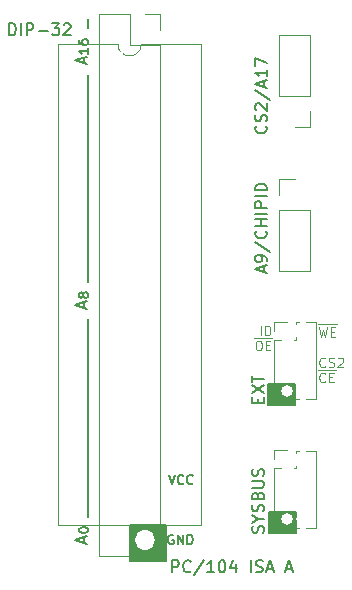
<source format=gbr>
%TF.GenerationSoftware,KiCad,Pcbnew,(6.0.4-0)*%
%TF.CreationDate,2022-07-24T15:42:13+01:00*%
%TF.ProjectId,isp_interface,6973705f-696e-4746-9572-666163652e6b,0.1.0*%
%TF.SameCoordinates,PX55f1c20PY82dabb0*%
%TF.FileFunction,Legend,Top*%
%TF.FilePolarity,Positive*%
%FSLAX46Y46*%
G04 Gerber Fmt 4.6, Leading zero omitted, Abs format (unit mm)*
G04 Created by KiCad (PCBNEW (6.0.4-0)) date 2022-07-24 15:42:13*
%MOMM*%
%LPD*%
G01*
G04 APERTURE LIST*
%ADD10C,0.150000*%
%ADD11C,0.100000*%
%ADD12C,0.120000*%
%ADD13R,1.700000X1.700000*%
%ADD14O,1.700000X1.700000*%
%ADD15O,1.000000X1.000000*%
%ADD16R,1.000000X1.000000*%
%ADD17R,2.400000X1.600000*%
%ADD18O,2.400000X1.600000*%
G04 APERTURE END LIST*
D10*
X23520400Y3962400D02*
X25806400Y3962400D01*
X25806400Y3962400D02*
X25806400Y5740400D01*
X25806400Y5740400D02*
X23520400Y5740400D01*
X23520400Y5740400D02*
X23520400Y3962400D01*
G36*
X23520400Y3962400D02*
G01*
X25806400Y3962400D01*
X25806400Y5740400D01*
X23520400Y5740400D01*
X23520400Y3962400D01*
G37*
D11*
X22820523Y20703696D02*
X22820523Y21503696D01*
X23201476Y20703696D02*
X23201476Y21503696D01*
X23391952Y21503696D01*
X23506238Y21465600D01*
X23582428Y21389410D01*
X23620523Y21313220D01*
X23658619Y21160839D01*
X23658619Y21046553D01*
X23620523Y20894172D01*
X23582428Y20817981D01*
X23506238Y20741791D01*
X23391952Y20703696D01*
X23201476Y20703696D01*
X22249095Y20441600D02*
X23087190Y20441600D01*
X22591952Y20215696D02*
X22744333Y20215696D01*
X22820523Y20177600D01*
X22896714Y20101410D01*
X22934809Y19949029D01*
X22934809Y19682362D01*
X22896714Y19529981D01*
X22820523Y19453791D01*
X22744333Y19415696D01*
X22591952Y19415696D01*
X22515761Y19453791D01*
X22439571Y19529981D01*
X22401476Y19682362D01*
X22401476Y19949029D01*
X22439571Y20101410D01*
X22515761Y20177600D01*
X22591952Y20215696D01*
X23087190Y20441600D02*
X23811000Y20441600D01*
X23277666Y19834743D02*
X23544333Y19834743D01*
X23658619Y19415696D02*
X23277666Y19415696D01*
X23277666Y20215696D01*
X23658619Y20215696D01*
X27649400Y21595200D02*
X28563685Y21595200D01*
X27763685Y21369296D02*
X27954161Y20569296D01*
X28106542Y21140724D01*
X28258923Y20569296D01*
X28449400Y21369296D01*
X28563685Y21595200D02*
X29287495Y21595200D01*
X28754161Y20988343D02*
X29020828Y20988343D01*
X29135114Y20569296D02*
X28754161Y20569296D01*
X28754161Y21369296D01*
X29135114Y21369296D01*
X28297019Y18069486D02*
X28258923Y18031391D01*
X28144638Y17993296D01*
X28068447Y17993296D01*
X27954161Y18031391D01*
X27877971Y18107581D01*
X27839876Y18183772D01*
X27801780Y18336153D01*
X27801780Y18450439D01*
X27839876Y18602820D01*
X27877971Y18679010D01*
X27954161Y18755200D01*
X28068447Y18793296D01*
X28144638Y18793296D01*
X28258923Y18755200D01*
X28297019Y18717105D01*
X28601780Y18031391D02*
X28716066Y17993296D01*
X28906542Y17993296D01*
X28982733Y18031391D01*
X29020828Y18069486D01*
X29058923Y18145677D01*
X29058923Y18221867D01*
X29020828Y18298058D01*
X28982733Y18336153D01*
X28906542Y18374248D01*
X28754161Y18412343D01*
X28677971Y18450439D01*
X28639876Y18488534D01*
X28601780Y18564724D01*
X28601780Y18640915D01*
X28639876Y18717105D01*
X28677971Y18755200D01*
X28754161Y18793296D01*
X28944638Y18793296D01*
X29058923Y18755200D01*
X29363685Y18717105D02*
X29401780Y18755200D01*
X29477971Y18793296D01*
X29668447Y18793296D01*
X29744638Y18755200D01*
X29782733Y18717105D01*
X29820828Y18640915D01*
X29820828Y18564724D01*
X29782733Y18450439D01*
X29325590Y17993296D01*
X29820828Y17993296D01*
X27649400Y17731200D02*
X28449400Y17731200D01*
X28297019Y16781486D02*
X28258923Y16743391D01*
X28144638Y16705296D01*
X28068447Y16705296D01*
X27954161Y16743391D01*
X27877971Y16819581D01*
X27839876Y16895772D01*
X27801780Y17048153D01*
X27801780Y17162439D01*
X27839876Y17314820D01*
X27877971Y17391010D01*
X27954161Y17467200D01*
X28068447Y17505296D01*
X28144638Y17505296D01*
X28258923Y17467200D01*
X28297019Y17429105D01*
X28449400Y17731200D02*
X29173209Y17731200D01*
X28639876Y17124343D02*
X28906542Y17124343D01*
X29020828Y16705296D02*
X28639876Y16705296D01*
X28639876Y17505296D01*
X29020828Y17505296D01*
D10*
X23428800Y14782800D02*
X25714800Y14782800D01*
X25714800Y14782800D02*
X25714800Y16560800D01*
X25714800Y16560800D02*
X23428800Y16560800D01*
X23428800Y16560800D02*
X23428800Y14782800D01*
G36*
X23428800Y14782800D02*
G01*
X25714800Y14782800D01*
X25714800Y16560800D01*
X23428800Y16560800D01*
X23428800Y14782800D01*
G37*
X11734800Y1574800D02*
X14782800Y1574800D01*
X14782800Y1574800D02*
X14782800Y4622800D01*
X14782800Y4622800D02*
X11734800Y4622800D01*
X11734800Y4622800D02*
X11734800Y1574800D01*
G36*
X11734800Y1574800D02*
G01*
X14782800Y1574800D01*
X14782800Y4622800D01*
X11734800Y4622800D01*
X11734800Y1574800D01*
G37*
X15043395Y8865420D02*
X15306728Y8075420D01*
X15570061Y8865420D01*
X16284823Y8150658D02*
X16247204Y8113039D01*
X16134347Y8075420D01*
X16059109Y8075420D01*
X15946252Y8113039D01*
X15871014Y8188277D01*
X15833395Y8263515D01*
X15795776Y8413991D01*
X15795776Y8526848D01*
X15833395Y8677324D01*
X15871014Y8752562D01*
X15946252Y8827800D01*
X16059109Y8865420D01*
X16134347Y8865420D01*
X16247204Y8827800D01*
X16284823Y8790181D01*
X17074823Y8150658D02*
X17037204Y8113039D01*
X16924347Y8075420D01*
X16849109Y8075420D01*
X16736252Y8113039D01*
X16661014Y8188277D01*
X16623395Y8263515D01*
X16585776Y8413991D01*
X16585776Y8526848D01*
X16623395Y8677324D01*
X16661014Y8752562D01*
X16736252Y8827800D01*
X16849109Y8865420D01*
X16924347Y8865420D01*
X17037204Y8827800D01*
X17074823Y8790181D01*
X15419585Y3747800D02*
X15344347Y3785420D01*
X15231490Y3785420D01*
X15118633Y3747800D01*
X15043395Y3672562D01*
X15005776Y3597324D01*
X14968157Y3446848D01*
X14968157Y3333991D01*
X15005776Y3183515D01*
X15043395Y3108277D01*
X15118633Y3033039D01*
X15231490Y2995420D01*
X15306728Y2995420D01*
X15419585Y3033039D01*
X15457204Y3070658D01*
X15457204Y3333991D01*
X15306728Y3333991D01*
X15795776Y2995420D02*
X15795776Y3785420D01*
X16247204Y2995420D01*
X16247204Y3785420D01*
X16623395Y2995420D02*
X16623395Y3785420D01*
X16811490Y3785420D01*
X16924347Y3747800D01*
X16999585Y3672562D01*
X17037204Y3597324D01*
X17074823Y3446848D01*
X17074823Y3333991D01*
X17037204Y3183515D01*
X16999585Y3108277D01*
X16924347Y3033039D01*
X16811490Y2995420D01*
X16623395Y2995420D01*
X7837466Y3132777D02*
X7837466Y3608967D01*
X8123180Y3037539D02*
X7123180Y3370872D01*
X8123180Y3704205D01*
X7432704Y4142300D02*
X7432704Y4218491D01*
X7470800Y4294681D01*
X7508895Y4332777D01*
X7585085Y4370872D01*
X7737466Y4408967D01*
X7927942Y4408967D01*
X8080323Y4370872D01*
X8156514Y4332777D01*
X8194609Y4294681D01*
X8232704Y4218491D01*
X8232704Y4142300D01*
X8194609Y4066110D01*
X8156514Y4028015D01*
X8080323Y3989920D01*
X7927942Y3951824D01*
X7737466Y3951824D01*
X7585085Y3989920D01*
X7508895Y4028015D01*
X7470800Y4066110D01*
X7432704Y4142300D01*
X8218419Y5323253D02*
X8218419Y6085158D01*
X8218419Y6085158D02*
X8218419Y6847062D01*
X8218419Y6847062D02*
X8218419Y7608967D01*
X8218419Y7608967D02*
X8218419Y8370872D01*
X8218419Y8370872D02*
X8218419Y9132777D01*
X8218419Y9132777D02*
X8218419Y9894681D01*
X8218419Y9894681D02*
X8218419Y10656586D01*
X8218419Y10656586D02*
X8218419Y11418491D01*
X8218419Y11418491D02*
X8218419Y12180396D01*
X8218419Y12180396D02*
X8218419Y12942300D01*
X8218419Y12942300D02*
X8218419Y13704205D01*
X8218419Y13704205D02*
X8218419Y14466110D01*
X8218419Y14466110D02*
X8218419Y15228015D01*
X8218419Y15228015D02*
X8218419Y15989920D01*
X8218419Y15989920D02*
X8218419Y16751824D01*
X8218419Y16751824D02*
X8218419Y17513729D01*
X8218419Y17513729D02*
X8218419Y18275634D01*
X8218419Y18275634D02*
X8218419Y19037539D01*
X8218419Y19037539D02*
X8218419Y19799443D01*
X8218419Y19799443D02*
X8218419Y20561348D01*
X8218419Y20561348D02*
X8218419Y21323253D01*
X8218419Y21323253D02*
X8218419Y22085158D01*
X7837466Y23037539D02*
X7837466Y23513729D01*
X8123180Y22942300D02*
X7123180Y23275634D01*
X8123180Y23608967D01*
X7775561Y24008967D02*
X7737466Y23932777D01*
X7699371Y23894681D01*
X7623180Y23856586D01*
X7585085Y23856586D01*
X7508895Y23894681D01*
X7470800Y23932777D01*
X7432704Y24008967D01*
X7432704Y24161348D01*
X7470800Y24237539D01*
X7508895Y24275634D01*
X7585085Y24313729D01*
X7623180Y24313729D01*
X7699371Y24275634D01*
X7737466Y24237539D01*
X7775561Y24161348D01*
X7775561Y24008967D01*
X7813657Y23932777D01*
X7851752Y23894681D01*
X7927942Y23856586D01*
X8080323Y23856586D01*
X8156514Y23894681D01*
X8194609Y23932777D01*
X8232704Y24008967D01*
X8232704Y24161348D01*
X8194609Y24237539D01*
X8156514Y24275634D01*
X8080323Y24313729D01*
X7927942Y24313729D01*
X7851752Y24275634D01*
X7813657Y24237539D01*
X7775561Y24161348D01*
X8218419Y25228015D02*
X8218419Y25989920D01*
X8218419Y25989920D02*
X8218419Y26751824D01*
X8218419Y26751824D02*
X8218419Y27513729D01*
X8218419Y27513729D02*
X8218419Y28275634D01*
X8218419Y28275634D02*
X8218419Y29037539D01*
X8218419Y29037539D02*
X8218419Y29799443D01*
X8218419Y29799443D02*
X8218419Y30561348D01*
X8218419Y30561348D02*
X8218419Y31323253D01*
X8218419Y31323253D02*
X8218419Y32085158D01*
X8218419Y32085158D02*
X8218419Y32847062D01*
X8218419Y32847062D02*
X8218419Y33608967D01*
X8218419Y33608967D02*
X8218419Y34370872D01*
X8218419Y34370872D02*
X8218419Y35132777D01*
X8218419Y35132777D02*
X8218419Y35894681D01*
X8218419Y35894681D02*
X8218419Y36656586D01*
X8218419Y36656586D02*
X8218419Y37418491D01*
X8218419Y37418491D02*
X8218419Y38180396D01*
X8218419Y38180396D02*
X8218419Y38942300D01*
X8218419Y38942300D02*
X8218419Y39704205D01*
X8218419Y39704205D02*
X8218419Y40466110D01*
X8218419Y40466110D02*
X8218419Y41228015D01*
X8218419Y41228015D02*
X8218419Y41989920D01*
X8218419Y41989920D02*
X8218419Y42751824D01*
X7837466Y43704205D02*
X7837466Y44180396D01*
X8123180Y43608967D02*
X7123180Y43942300D01*
X8123180Y44275634D01*
X8232704Y44980396D02*
X8232704Y44523253D01*
X8232704Y44751824D02*
X7432704Y44751824D01*
X7546990Y44675634D01*
X7623180Y44599443D01*
X7661276Y44523253D01*
X7432704Y45666110D02*
X7432704Y45513729D01*
X7470800Y45437539D01*
X7508895Y45399443D01*
X7623180Y45323253D01*
X7775561Y45285158D01*
X8080323Y45285158D01*
X8156514Y45323253D01*
X8194609Y45361348D01*
X8232704Y45437539D01*
X8232704Y45589920D01*
X8194609Y45666110D01*
X8156514Y45704205D01*
X8080323Y45742300D01*
X7889847Y45742300D01*
X7813657Y45704205D01*
X7775561Y45666110D01*
X7737466Y45589920D01*
X7737466Y45437539D01*
X7775561Y45361348D01*
X7813657Y45323253D01*
X7889847Y45285158D01*
X8218419Y46656586D02*
X8218419Y47418491D01*
%TO.C,JP101*%
X23077466Y26030705D02*
X23077466Y26506896D01*
X23363180Y25935467D02*
X22363180Y26268800D01*
X23363180Y26602134D01*
X23363180Y26983086D02*
X23363180Y27173562D01*
X23315561Y27268800D01*
X23267942Y27316420D01*
X23125085Y27411658D01*
X22934609Y27459277D01*
X22553657Y27459277D01*
X22458419Y27411658D01*
X22410800Y27364039D01*
X22363180Y27268800D01*
X22363180Y27078324D01*
X22410800Y26983086D01*
X22458419Y26935467D01*
X22553657Y26887848D01*
X22791752Y26887848D01*
X22886990Y26935467D01*
X22934609Y26983086D01*
X22982228Y27078324D01*
X22982228Y27268800D01*
X22934609Y27364039D01*
X22886990Y27411658D01*
X22791752Y27459277D01*
X22315561Y28602134D02*
X23601276Y27744991D01*
X23267942Y29506896D02*
X23315561Y29459277D01*
X23363180Y29316420D01*
X23363180Y29221181D01*
X23315561Y29078324D01*
X23220323Y28983086D01*
X23125085Y28935467D01*
X22934609Y28887848D01*
X22791752Y28887848D01*
X22601276Y28935467D01*
X22506038Y28983086D01*
X22410800Y29078324D01*
X22363180Y29221181D01*
X22363180Y29316420D01*
X22410800Y29459277D01*
X22458419Y29506896D01*
X23363180Y29935467D02*
X22363180Y29935467D01*
X22839371Y29935467D02*
X22839371Y30506896D01*
X23363180Y30506896D02*
X22363180Y30506896D01*
X23363180Y30983086D02*
X22363180Y30983086D01*
X23363180Y31459277D02*
X22363180Y31459277D01*
X22363180Y31840229D01*
X22410800Y31935467D01*
X22458419Y31983086D01*
X22553657Y32030705D01*
X22696514Y32030705D01*
X22791752Y31983086D01*
X22839371Y31935467D01*
X22886990Y31840229D01*
X22886990Y31459277D01*
X23363180Y32459277D02*
X22363180Y32459277D01*
X23363180Y32935467D02*
X22363180Y32935467D01*
X22363180Y33173562D01*
X22410800Y33316420D01*
X22506038Y33411658D01*
X22601276Y33459277D01*
X22791752Y33506896D01*
X22934609Y33506896D01*
X23125085Y33459277D01*
X23220323Y33411658D01*
X23315561Y33316420D01*
X23363180Y33173562D01*
X23363180Y32935467D01*
%TO.C,J103*%
X22585371Y14981372D02*
X22585371Y15314705D01*
X23109180Y15457562D02*
X23109180Y14981372D01*
X22109180Y14981372D01*
X22109180Y15457562D01*
X22109180Y15790896D02*
X23109180Y16457562D01*
X22109180Y16457562D02*
X23109180Y15790896D01*
X22109180Y16695658D02*
X22109180Y17267086D01*
X23109180Y16981372D02*
X22109180Y16981372D01*
%TO.C,J101*%
X15323180Y614420D02*
X15323180Y1614420D01*
X15704133Y1614420D01*
X15799371Y1566800D01*
X15846990Y1519181D01*
X15894609Y1423943D01*
X15894609Y1281086D01*
X15846990Y1185848D01*
X15799371Y1138229D01*
X15704133Y1090610D01*
X15323180Y1090610D01*
X16894609Y709658D02*
X16846990Y662039D01*
X16704133Y614420D01*
X16608895Y614420D01*
X16466038Y662039D01*
X16370800Y757277D01*
X16323180Y852515D01*
X16275561Y1042991D01*
X16275561Y1185848D01*
X16323180Y1376324D01*
X16370800Y1471562D01*
X16466038Y1566800D01*
X16608895Y1614420D01*
X16704133Y1614420D01*
X16846990Y1566800D01*
X16894609Y1519181D01*
X18037466Y1662039D02*
X17180323Y376324D01*
X18894609Y614420D02*
X18323180Y614420D01*
X18608895Y614420D02*
X18608895Y1614420D01*
X18513657Y1471562D01*
X18418419Y1376324D01*
X18323180Y1328705D01*
X19513657Y1614420D02*
X19608895Y1614420D01*
X19704133Y1566800D01*
X19751752Y1519181D01*
X19799371Y1423943D01*
X19846990Y1233467D01*
X19846990Y995372D01*
X19799371Y804896D01*
X19751752Y709658D01*
X19704133Y662039D01*
X19608895Y614420D01*
X19513657Y614420D01*
X19418419Y662039D01*
X19370800Y709658D01*
X19323180Y804896D01*
X19275561Y995372D01*
X19275561Y1233467D01*
X19323180Y1423943D01*
X19370800Y1519181D01*
X19418419Y1566800D01*
X19513657Y1614420D01*
X20704133Y1281086D02*
X20704133Y614420D01*
X20466038Y1662039D02*
X20227942Y947753D01*
X20846990Y947753D01*
X21989847Y614420D02*
X21989847Y1614420D01*
X22418419Y662039D02*
X22561276Y614420D01*
X22799371Y614420D01*
X22894609Y662039D01*
X22942228Y709658D01*
X22989847Y804896D01*
X22989847Y900134D01*
X22942228Y995372D01*
X22894609Y1042991D01*
X22799371Y1090610D01*
X22608895Y1138229D01*
X22513657Y1185848D01*
X22466038Y1233467D01*
X22418419Y1328705D01*
X22418419Y1423943D01*
X22466038Y1519181D01*
X22513657Y1566800D01*
X22608895Y1614420D01*
X22846990Y1614420D01*
X22989847Y1566800D01*
X23370800Y900134D02*
X23846990Y900134D01*
X23275561Y614420D02*
X23608895Y1614420D01*
X23942228Y614420D01*
X24989847Y900134D02*
X25466038Y900134D01*
X24894609Y614420D02*
X25227942Y1614420D01*
X25561276Y614420D01*
%TO.C,J104*%
X1543371Y46080420D02*
X1543371Y47080420D01*
X1781466Y47080420D01*
X1924323Y47032800D01*
X2019561Y46937562D01*
X2067180Y46842324D01*
X2114800Y46651848D01*
X2114800Y46508991D01*
X2067180Y46318515D01*
X2019561Y46223277D01*
X1924323Y46128039D01*
X1781466Y46080420D01*
X1543371Y46080420D01*
X2543371Y46080420D02*
X2543371Y47080420D01*
X3019561Y46080420D02*
X3019561Y47080420D01*
X3400514Y47080420D01*
X3495752Y47032800D01*
X3543371Y46985181D01*
X3590990Y46889943D01*
X3590990Y46747086D01*
X3543371Y46651848D01*
X3495752Y46604229D01*
X3400514Y46556610D01*
X3019561Y46556610D01*
X4019561Y46461372D02*
X4781466Y46461372D01*
X5162419Y47080420D02*
X5781466Y47080420D01*
X5448133Y46699467D01*
X5590990Y46699467D01*
X5686228Y46651848D01*
X5733847Y46604229D01*
X5781466Y46508991D01*
X5781466Y46270896D01*
X5733847Y46175658D01*
X5686228Y46128039D01*
X5590990Y46080420D01*
X5305276Y46080420D01*
X5210038Y46128039D01*
X5162419Y46175658D01*
X6162419Y46985181D02*
X6210038Y47032800D01*
X6305276Y47080420D01*
X6543371Y47080420D01*
X6638609Y47032800D01*
X6686228Y46985181D01*
X6733847Y46889943D01*
X6733847Y46794705D01*
X6686228Y46651848D01*
X6114800Y46080420D01*
X6733847Y46080420D01*
%TO.C,J102*%
X23061561Y3964324D02*
X23109180Y4107181D01*
X23109180Y4345277D01*
X23061561Y4440515D01*
X23013942Y4488134D01*
X22918704Y4535753D01*
X22823466Y4535753D01*
X22728228Y4488134D01*
X22680609Y4440515D01*
X22632990Y4345277D01*
X22585371Y4154800D01*
X22537752Y4059562D01*
X22490133Y4011943D01*
X22394895Y3964324D01*
X22299657Y3964324D01*
X22204419Y4011943D01*
X22156800Y4059562D01*
X22109180Y4154800D01*
X22109180Y4392896D01*
X22156800Y4535753D01*
X22632990Y5154800D02*
X23109180Y5154800D01*
X22109180Y4821467D02*
X22632990Y5154800D01*
X22109180Y5488134D01*
X23061561Y5773848D02*
X23109180Y5916705D01*
X23109180Y6154800D01*
X23061561Y6250039D01*
X23013942Y6297658D01*
X22918704Y6345277D01*
X22823466Y6345277D01*
X22728228Y6297658D01*
X22680609Y6250039D01*
X22632990Y6154800D01*
X22585371Y5964324D01*
X22537752Y5869086D01*
X22490133Y5821467D01*
X22394895Y5773848D01*
X22299657Y5773848D01*
X22204419Y5821467D01*
X22156800Y5869086D01*
X22109180Y5964324D01*
X22109180Y6202420D01*
X22156800Y6345277D01*
X22585371Y7107181D02*
X22632990Y7250039D01*
X22680609Y7297658D01*
X22775847Y7345277D01*
X22918704Y7345277D01*
X23013942Y7297658D01*
X23061561Y7250039D01*
X23109180Y7154800D01*
X23109180Y6773848D01*
X22109180Y6773848D01*
X22109180Y7107181D01*
X22156800Y7202420D01*
X22204419Y7250039D01*
X22299657Y7297658D01*
X22394895Y7297658D01*
X22490133Y7250039D01*
X22537752Y7202420D01*
X22585371Y7107181D01*
X22585371Y6773848D01*
X22109180Y7773848D02*
X22918704Y7773848D01*
X23013942Y7821467D01*
X23061561Y7869086D01*
X23109180Y7964324D01*
X23109180Y8154800D01*
X23061561Y8250039D01*
X23013942Y8297658D01*
X22918704Y8345277D01*
X22109180Y8345277D01*
X23061561Y8773848D02*
X23109180Y8916705D01*
X23109180Y9154800D01*
X23061561Y9250039D01*
X23013942Y9297658D01*
X22918704Y9345277D01*
X22823466Y9345277D01*
X22728228Y9297658D01*
X22680609Y9250039D01*
X22632990Y9154800D01*
X22585371Y8964324D01*
X22537752Y8869086D01*
X22490133Y8821467D01*
X22394895Y8773848D01*
X22299657Y8773848D01*
X22204419Y8821467D01*
X22156800Y8869086D01*
X22109180Y8964324D01*
X22109180Y9202420D01*
X22156800Y9345277D01*
%TO.C,JP102*%
X23267942Y38397181D02*
X23315561Y38349562D01*
X23363180Y38206705D01*
X23363180Y38111467D01*
X23315561Y37968610D01*
X23220323Y37873372D01*
X23125085Y37825753D01*
X22934609Y37778134D01*
X22791752Y37778134D01*
X22601276Y37825753D01*
X22506038Y37873372D01*
X22410800Y37968610D01*
X22363180Y38111467D01*
X22363180Y38206705D01*
X22410800Y38349562D01*
X22458419Y38397181D01*
X23315561Y38778134D02*
X23363180Y38920991D01*
X23363180Y39159086D01*
X23315561Y39254324D01*
X23267942Y39301943D01*
X23172704Y39349562D01*
X23077466Y39349562D01*
X22982228Y39301943D01*
X22934609Y39254324D01*
X22886990Y39159086D01*
X22839371Y38968610D01*
X22791752Y38873372D01*
X22744133Y38825753D01*
X22648895Y38778134D01*
X22553657Y38778134D01*
X22458419Y38825753D01*
X22410800Y38873372D01*
X22363180Y38968610D01*
X22363180Y39206705D01*
X22410800Y39349562D01*
X22458419Y39730515D02*
X22410800Y39778134D01*
X22363180Y39873372D01*
X22363180Y40111467D01*
X22410800Y40206705D01*
X22458419Y40254324D01*
X22553657Y40301943D01*
X22648895Y40301943D01*
X22791752Y40254324D01*
X23363180Y39682896D01*
X23363180Y40301943D01*
X22315561Y41444800D02*
X23601276Y40587658D01*
X23077466Y41730515D02*
X23077466Y42206705D01*
X23363180Y41635277D02*
X22363180Y41968610D01*
X23363180Y42301943D01*
X23363180Y43159086D02*
X23363180Y42587658D01*
X23363180Y42873372D02*
X22363180Y42873372D01*
X22506038Y42778134D01*
X22601276Y42682896D01*
X22648895Y42587658D01*
X22363180Y43492420D02*
X22363180Y44159086D01*
X23363180Y43730515D01*
D12*
%TO.C,JP101*%
X24374800Y33892800D02*
X25704800Y33892800D01*
X24374800Y32562800D02*
X24374800Y33892800D01*
X24374800Y31292800D02*
X27034800Y31292800D01*
X24374800Y26152800D02*
X27034800Y26152800D01*
X27034800Y31292800D02*
X27034800Y26152800D01*
X24374800Y31292800D02*
X24374800Y26152800D01*
%TO.C,J103*%
X23949800Y21829800D02*
X25079800Y21829800D01*
X23949800Y20309800D02*
X23949800Y15294800D01*
X23949800Y21069800D02*
X23949800Y21829800D01*
X23949800Y20309800D02*
X24516329Y20309800D01*
X23949800Y15294800D02*
X24772270Y15294800D01*
X26657330Y21764800D02*
X27479800Y21764800D01*
X26657330Y15294800D02*
X27479800Y15294800D01*
X25839800Y21633271D02*
X25839800Y21764800D01*
X25643271Y20309800D02*
X25786329Y20309800D01*
X27479800Y21764800D02*
X27479800Y15294800D01*
X25387330Y15294800D02*
X26042270Y15294800D01*
X25839800Y21764800D02*
X26042270Y21764800D01*
X25839800Y20363271D02*
X25839800Y20506329D01*
%TO.C,J101*%
X9134800Y2022800D02*
X14334800Y2022800D01*
X13004800Y47862800D02*
X14334800Y47862800D01*
X14334800Y47862800D02*
X14334800Y46532800D01*
X14334800Y45262800D02*
X14334800Y2022800D01*
X9134800Y47862800D02*
X9134800Y2022800D01*
X9134800Y47862800D02*
X11734800Y47862800D01*
X11734800Y47862800D02*
X11734800Y45262800D01*
X11734800Y45262800D02*
X14334800Y45262800D01*
%TO.C,J104*%
X5674800Y4577800D02*
X17794800Y4577800D01*
X17794800Y45337800D02*
X12734800Y45337800D01*
X17794800Y4577800D02*
X17794800Y45337800D01*
X10734800Y45337800D02*
X5674800Y45337800D01*
X5674800Y45337800D02*
X5674800Y4577800D01*
X10734800Y45337800D02*
G75*
G03*
X12734800Y45337800I1000000J0D01*
G01*
%TO.C,J102*%
X23949800Y9416800D02*
X23949800Y4401800D01*
X23949800Y10176800D02*
X23949800Y10936800D01*
X25643271Y9416800D02*
X25786329Y9416800D01*
X25839800Y10871800D02*
X26042270Y10871800D01*
X23949800Y10936800D02*
X25079800Y10936800D01*
X23949800Y4401800D02*
X24772270Y4401800D01*
X26657330Y4401800D02*
X27479800Y4401800D01*
X25839800Y9470271D02*
X25839800Y9613329D01*
X26657330Y10871800D02*
X27479800Y10871800D01*
X27479800Y10871800D02*
X27479800Y4401800D01*
X25839800Y10740271D02*
X25839800Y10871800D01*
X25387330Y4401800D02*
X26042270Y4401800D01*
X23949800Y9416800D02*
X24516329Y9416800D01*
%TO.C,JP102*%
X27034800Y39655800D02*
X27034800Y38325800D01*
X27034800Y38325800D02*
X25704800Y38325800D01*
X24374800Y40925800D02*
X24374800Y46065800D01*
X27034800Y40925800D02*
X27034800Y46065800D01*
X27034800Y40925800D02*
X24374800Y40925800D01*
X27034800Y46065800D02*
X24374800Y46065800D01*
%TD*%
%LPC*%
D13*
%TO.C,JP101*%
X25704800Y32562800D03*
D14*
X25704800Y30022800D03*
X25704800Y27482800D03*
%TD*%
D15*
%TO.C,J103*%
X26349800Y15989800D03*
X25079800Y15989800D03*
X26349800Y17259800D03*
X25079800Y17259800D03*
X26349800Y18529800D03*
X25079800Y18529800D03*
X26349800Y19799800D03*
X25079800Y19799800D03*
X26349800Y21069800D03*
D16*
X25079800Y21069800D03*
%TD*%
D13*
%TO.C,J101*%
X13004800Y46532800D03*
D14*
X10464800Y46532800D03*
X13004800Y43992800D03*
X10464800Y43992800D03*
X13004800Y41452800D03*
X10464800Y41452800D03*
X13004800Y38912800D03*
X10464800Y38912800D03*
X13004800Y36372800D03*
X10464800Y36372800D03*
X13004800Y33832800D03*
X10464800Y33832800D03*
X13004800Y31292800D03*
X10464800Y31292800D03*
X13004800Y28752800D03*
X10464800Y28752800D03*
X13004800Y26212800D03*
X10464800Y26212800D03*
X13004800Y23672800D03*
X10464800Y23672800D03*
X13004800Y21132800D03*
X10464800Y21132800D03*
X13004800Y18592800D03*
X10464800Y18592800D03*
X13004800Y16052800D03*
X10464800Y16052800D03*
X13004800Y13512800D03*
X10464800Y13512800D03*
X13004800Y10972800D03*
X10464800Y10972800D03*
X13004800Y8432800D03*
X10464800Y8432800D03*
X13004800Y5892800D03*
X10464800Y5892800D03*
X13004800Y3352800D03*
X10464800Y3352800D03*
%TD*%
D17*
%TO.C,J104*%
X4114800Y44007800D03*
D18*
X4114800Y41467800D03*
X4114800Y38927800D03*
X4114800Y36387800D03*
X4114800Y33847800D03*
X4114800Y31307800D03*
X4114800Y28767800D03*
X4114800Y26227800D03*
X4114800Y23687800D03*
X4114800Y21147800D03*
X4114800Y18607800D03*
X4114800Y16067800D03*
X4114800Y13527800D03*
X4114800Y10987800D03*
X4114800Y8447800D03*
X4114800Y5907800D03*
X19354800Y5907800D03*
X19354800Y8447800D03*
X19354800Y10987800D03*
X19354800Y13527800D03*
X19354800Y16067800D03*
X19354800Y18607800D03*
X19354800Y21147800D03*
X19354800Y23687800D03*
X19354800Y26227800D03*
X19354800Y28767800D03*
X19354800Y31307800D03*
X19354800Y33847800D03*
X19354800Y36387800D03*
X19354800Y38927800D03*
X19354800Y41467800D03*
X19354800Y44007800D03*
%TD*%
D16*
%TO.C,J102*%
X25079800Y10176800D03*
D15*
X26349800Y10176800D03*
X25079800Y8906800D03*
X26349800Y8906800D03*
X25079800Y7636800D03*
X26349800Y7636800D03*
X25079800Y6366800D03*
X26349800Y6366800D03*
X25079800Y5096800D03*
X26349800Y5096800D03*
%TD*%
D13*
%TO.C,JP102*%
X25704800Y39655800D03*
D14*
X25704800Y42195800D03*
X25704800Y44735800D03*
%TD*%
M02*

</source>
